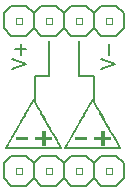
<source format=gto>
G04 #@! TF.FileFunction,Legend,Top*
%FSLAX46Y46*%
G04 Gerber Fmt 4.6, Leading zero omitted, Abs format (unit mm)*
G04 Created by KiCad (PCBNEW 4.0.1-stable) date 12/09/17 22:14:15*
%MOMM*%
G01*
G04 APERTURE LIST*
%ADD10C,0.050000*%
%ADD11C,0.200000*%
%ADD12C,0.010000*%
%ADD13C,0.066040*%
%ADD14C,0.152400*%
G04 APERTURE END LIST*
D10*
D11*
X145342857Y-103142856D02*
X146542857Y-102742856D01*
X145342857Y-102342856D01*
X146085714Y-101942857D02*
X146085714Y-101028571D01*
X137842857Y-103142856D02*
X139042857Y-102742856D01*
X137842857Y-102342856D01*
X138585714Y-101942857D02*
X138585714Y-101028571D01*
X139042857Y-101485714D02*
X138128571Y-101485714D01*
X144750000Y-103750000D02*
X144750000Y-105750000D01*
X143500000Y-103750000D02*
X144750000Y-103750000D01*
X143500000Y-100750000D02*
X143500000Y-103750000D01*
X139750000Y-103750000D02*
X139750000Y-105750000D01*
X141000000Y-103750000D02*
X139750000Y-103750000D01*
X141000000Y-100750000D02*
X141000000Y-103750000D01*
D12*
G36*
X144630133Y-105722618D02*
X144633261Y-105724112D01*
X144637158Y-105727223D01*
X144642124Y-105732461D01*
X144648460Y-105740334D01*
X144656463Y-105751351D01*
X144666434Y-105766020D01*
X144678673Y-105784852D01*
X144693478Y-105808354D01*
X144711150Y-105837035D01*
X144731987Y-105871404D01*
X144756289Y-105911969D01*
X144784356Y-105959241D01*
X144816488Y-106013726D01*
X144852982Y-106075935D01*
X144894141Y-106146376D01*
X144940261Y-106225558D01*
X144991644Y-106313989D01*
X145048589Y-106412179D01*
X145111394Y-106520636D01*
X145180360Y-106639868D01*
X145255786Y-106770386D01*
X145337972Y-106912697D01*
X145427217Y-107067310D01*
X145523820Y-107234735D01*
X145628081Y-107415479D01*
X145740300Y-107610052D01*
X145818565Y-107745767D01*
X145947382Y-107969204D01*
X146067838Y-108178269D01*
X146180085Y-108373227D01*
X146284274Y-108554343D01*
X146380557Y-108721884D01*
X146469084Y-108876114D01*
X146550007Y-109017299D01*
X146623478Y-109145706D01*
X146689648Y-109261600D01*
X146748668Y-109365246D01*
X146800690Y-109456910D01*
X146845864Y-109536857D01*
X146884342Y-109605355D01*
X146916276Y-109662667D01*
X146941816Y-109709060D01*
X146961115Y-109744800D01*
X146974322Y-109770152D01*
X146981591Y-109785381D01*
X146983230Y-109790467D01*
X146980967Y-109811633D01*
X144630776Y-109813765D01*
X144432378Y-109813925D01*
X144238387Y-109814041D01*
X144049485Y-109814116D01*
X143866355Y-109814149D01*
X143689679Y-109814142D01*
X143520140Y-109814096D01*
X143358421Y-109814012D01*
X143205203Y-109813891D01*
X143061170Y-109813734D01*
X142927004Y-109813542D01*
X142803387Y-109813316D01*
X142691003Y-109813057D01*
X142590534Y-109812766D01*
X142502661Y-109812444D01*
X142428068Y-109812092D01*
X142367438Y-109811711D01*
X142321452Y-109811303D01*
X142290794Y-109810867D01*
X142276146Y-109810406D01*
X142274926Y-109810237D01*
X142270200Y-109797887D01*
X142269267Y-109787699D01*
X142273406Y-109777765D01*
X142285381Y-109754381D01*
X142292147Y-109741783D01*
X142364875Y-109741783D01*
X142372925Y-109742329D01*
X142397216Y-109742862D01*
X142437058Y-109743380D01*
X142491759Y-109743883D01*
X142560627Y-109744367D01*
X142642971Y-109744830D01*
X142738099Y-109745272D01*
X142845319Y-109745689D01*
X142963941Y-109746081D01*
X143093272Y-109746444D01*
X143232622Y-109746777D01*
X143381298Y-109747079D01*
X143538610Y-109747347D01*
X143703865Y-109747578D01*
X143876372Y-109747773D01*
X144055439Y-109747927D01*
X144240376Y-109748040D01*
X144430490Y-109748109D01*
X144625090Y-109748133D01*
X146892662Y-109748133D01*
X146882591Y-109729083D01*
X146876725Y-109718641D01*
X146862897Y-109694406D01*
X146841531Y-109657113D01*
X146813053Y-109607498D01*
X146777887Y-109546299D01*
X146736458Y-109474250D01*
X146689189Y-109392089D01*
X146636506Y-109300552D01*
X146578833Y-109200374D01*
X146516594Y-109092292D01*
X146450214Y-108977043D01*
X146380118Y-108855362D01*
X146306730Y-108727986D01*
X146230475Y-108595651D01*
X146151777Y-108459094D01*
X146071060Y-108319049D01*
X145988749Y-108176255D01*
X145905270Y-108031446D01*
X145821045Y-107885359D01*
X145736500Y-107738731D01*
X145652059Y-107592298D01*
X145568148Y-107446795D01*
X145485189Y-107302959D01*
X145403608Y-107161527D01*
X145323830Y-107023234D01*
X145246278Y-106888817D01*
X145171378Y-106759012D01*
X145099553Y-106634555D01*
X145031229Y-106516183D01*
X144966830Y-106404632D01*
X144906780Y-106300637D01*
X144851505Y-106204935D01*
X144801427Y-106118263D01*
X144756973Y-106041357D01*
X144718566Y-105974952D01*
X144686632Y-105919785D01*
X144661594Y-105876593D01*
X144643877Y-105846112D01*
X144633905Y-105829077D01*
X144631771Y-105825555D01*
X144627089Y-105832140D01*
X144614497Y-105852489D01*
X144594528Y-105885683D01*
X144567711Y-105930805D01*
X144534578Y-105986939D01*
X144495659Y-106053166D01*
X144451485Y-106128570D01*
X144402588Y-106212233D01*
X144349498Y-106303238D01*
X144292746Y-106400669D01*
X144232863Y-106503607D01*
X144170379Y-106611135D01*
X144105827Y-106722336D01*
X144039736Y-106836294D01*
X143972638Y-106952090D01*
X143905063Y-107068808D01*
X143837542Y-107185530D01*
X143770607Y-107301339D01*
X143704788Y-107415317D01*
X143640615Y-107526548D01*
X143578621Y-107634115D01*
X143519336Y-107737099D01*
X143463290Y-107834584D01*
X143411015Y-107925653D01*
X143363041Y-108009388D01*
X143319900Y-108084873D01*
X143282122Y-108151189D01*
X143250239Y-108207419D01*
X143224780Y-108252647D01*
X143206278Y-108285956D01*
X143195262Y-108306427D01*
X143192358Y-108312442D01*
X143185772Y-108326053D01*
X143172117Y-108351580D01*
X143152635Y-108386867D01*
X143128568Y-108429757D01*
X143101159Y-108478095D01*
X143071649Y-108529725D01*
X143041281Y-108582491D01*
X143011297Y-108634237D01*
X142982940Y-108682808D01*
X142957451Y-108726048D01*
X142936074Y-108761800D01*
X142920050Y-108787910D01*
X142910622Y-108802220D01*
X142909046Y-108804100D01*
X142903844Y-108812153D01*
X142891062Y-108833372D01*
X142871573Y-108866254D01*
X142846251Y-108909291D01*
X142815970Y-108960979D01*
X142781603Y-109019813D01*
X142744024Y-109084286D01*
X142704106Y-109152895D01*
X142662723Y-109224133D01*
X142620748Y-109296495D01*
X142579056Y-109368476D01*
X142538520Y-109438571D01*
X142500013Y-109505273D01*
X142464408Y-109567079D01*
X142432581Y-109622482D01*
X142405403Y-109669977D01*
X142383749Y-109708059D01*
X142368493Y-109735223D01*
X142364875Y-109741783D01*
X142292147Y-109741783D01*
X142304523Y-109718741D01*
X142330165Y-109672041D01*
X142361639Y-109615473D01*
X142398277Y-109550233D01*
X142439413Y-109477515D01*
X142484378Y-109398513D01*
X142532505Y-109314422D01*
X142578300Y-109234806D01*
X142628642Y-109147390D01*
X142676437Y-109064211D01*
X142721018Y-108986436D01*
X142761722Y-108915234D01*
X142797884Y-108851774D01*
X142828840Y-108797223D01*
X142853925Y-108752749D01*
X142872474Y-108719522D01*
X142883823Y-108698709D01*
X142887333Y-108691527D01*
X142891427Y-108681873D01*
X142902769Y-108660122D01*
X142919945Y-108628733D01*
X142941545Y-108590160D01*
X142966155Y-108546861D01*
X142992364Y-108501292D01*
X143018760Y-108455908D01*
X143043930Y-108413167D01*
X143066464Y-108375524D01*
X143084947Y-108345436D01*
X143097121Y-108326599D01*
X143104624Y-108314457D01*
X143120123Y-108288419D01*
X143143166Y-108249266D01*
X143173301Y-108197777D01*
X143210074Y-108134732D01*
X143253034Y-108060912D01*
X143301728Y-107977094D01*
X143355704Y-107884061D01*
X143414510Y-107782590D01*
X143477693Y-107673463D01*
X143544801Y-107557459D01*
X143615382Y-107435358D01*
X143688983Y-107307939D01*
X143765151Y-107175983D01*
X143843435Y-107040268D01*
X143865750Y-107001566D01*
X143958420Y-106840842D01*
X144043021Y-106694153D01*
X144119936Y-106560859D01*
X144189545Y-106440320D01*
X144252230Y-106331897D01*
X144308371Y-106234949D01*
X144358350Y-106148837D01*
X144402548Y-106072920D01*
X144441344Y-106006558D01*
X144475122Y-105949112D01*
X144504261Y-105899942D01*
X144529143Y-105858407D01*
X144550148Y-105823868D01*
X144567658Y-105795685D01*
X144582054Y-105773217D01*
X144593716Y-105755826D01*
X144603027Y-105742870D01*
X144610366Y-105733711D01*
X144616115Y-105727707D01*
X144620655Y-105724220D01*
X144624367Y-105722609D01*
X144627477Y-105722233D01*
X144630133Y-105722618D01*
X144630133Y-105722618D01*
G37*
X144630133Y-105722618D02*
X144633261Y-105724112D01*
X144637158Y-105727223D01*
X144642124Y-105732461D01*
X144648460Y-105740334D01*
X144656463Y-105751351D01*
X144666434Y-105766020D01*
X144678673Y-105784852D01*
X144693478Y-105808354D01*
X144711150Y-105837035D01*
X144731987Y-105871404D01*
X144756289Y-105911969D01*
X144784356Y-105959241D01*
X144816488Y-106013726D01*
X144852982Y-106075935D01*
X144894141Y-106146376D01*
X144940261Y-106225558D01*
X144991644Y-106313989D01*
X145048589Y-106412179D01*
X145111394Y-106520636D01*
X145180360Y-106639868D01*
X145255786Y-106770386D01*
X145337972Y-106912697D01*
X145427217Y-107067310D01*
X145523820Y-107234735D01*
X145628081Y-107415479D01*
X145740300Y-107610052D01*
X145818565Y-107745767D01*
X145947382Y-107969204D01*
X146067838Y-108178269D01*
X146180085Y-108373227D01*
X146284274Y-108554343D01*
X146380557Y-108721884D01*
X146469084Y-108876114D01*
X146550007Y-109017299D01*
X146623478Y-109145706D01*
X146689648Y-109261600D01*
X146748668Y-109365246D01*
X146800690Y-109456910D01*
X146845864Y-109536857D01*
X146884342Y-109605355D01*
X146916276Y-109662667D01*
X146941816Y-109709060D01*
X146961115Y-109744800D01*
X146974322Y-109770152D01*
X146981591Y-109785381D01*
X146983230Y-109790467D01*
X146980967Y-109811633D01*
X144630776Y-109813765D01*
X144432378Y-109813925D01*
X144238387Y-109814041D01*
X144049485Y-109814116D01*
X143866355Y-109814149D01*
X143689679Y-109814142D01*
X143520140Y-109814096D01*
X143358421Y-109814012D01*
X143205203Y-109813891D01*
X143061170Y-109813734D01*
X142927004Y-109813542D01*
X142803387Y-109813316D01*
X142691003Y-109813057D01*
X142590534Y-109812766D01*
X142502661Y-109812444D01*
X142428068Y-109812092D01*
X142367438Y-109811711D01*
X142321452Y-109811303D01*
X142290794Y-109810867D01*
X142276146Y-109810406D01*
X142274926Y-109810237D01*
X142270200Y-109797887D01*
X142269267Y-109787699D01*
X142273406Y-109777765D01*
X142285381Y-109754381D01*
X142292147Y-109741783D01*
X142364875Y-109741783D01*
X142372925Y-109742329D01*
X142397216Y-109742862D01*
X142437058Y-109743380D01*
X142491759Y-109743883D01*
X142560627Y-109744367D01*
X142642971Y-109744830D01*
X142738099Y-109745272D01*
X142845319Y-109745689D01*
X142963941Y-109746081D01*
X143093272Y-109746444D01*
X143232622Y-109746777D01*
X143381298Y-109747079D01*
X143538610Y-109747347D01*
X143703865Y-109747578D01*
X143876372Y-109747773D01*
X144055439Y-109747927D01*
X144240376Y-109748040D01*
X144430490Y-109748109D01*
X144625090Y-109748133D01*
X146892662Y-109748133D01*
X146882591Y-109729083D01*
X146876725Y-109718641D01*
X146862897Y-109694406D01*
X146841531Y-109657113D01*
X146813053Y-109607498D01*
X146777887Y-109546299D01*
X146736458Y-109474250D01*
X146689189Y-109392089D01*
X146636506Y-109300552D01*
X146578833Y-109200374D01*
X146516594Y-109092292D01*
X146450214Y-108977043D01*
X146380118Y-108855362D01*
X146306730Y-108727986D01*
X146230475Y-108595651D01*
X146151777Y-108459094D01*
X146071060Y-108319049D01*
X145988749Y-108176255D01*
X145905270Y-108031446D01*
X145821045Y-107885359D01*
X145736500Y-107738731D01*
X145652059Y-107592298D01*
X145568148Y-107446795D01*
X145485189Y-107302959D01*
X145403608Y-107161527D01*
X145323830Y-107023234D01*
X145246278Y-106888817D01*
X145171378Y-106759012D01*
X145099553Y-106634555D01*
X145031229Y-106516183D01*
X144966830Y-106404632D01*
X144906780Y-106300637D01*
X144851505Y-106204935D01*
X144801427Y-106118263D01*
X144756973Y-106041357D01*
X144718566Y-105974952D01*
X144686632Y-105919785D01*
X144661594Y-105876593D01*
X144643877Y-105846112D01*
X144633905Y-105829077D01*
X144631771Y-105825555D01*
X144627089Y-105832140D01*
X144614497Y-105852489D01*
X144594528Y-105885683D01*
X144567711Y-105930805D01*
X144534578Y-105986939D01*
X144495659Y-106053166D01*
X144451485Y-106128570D01*
X144402588Y-106212233D01*
X144349498Y-106303238D01*
X144292746Y-106400669D01*
X144232863Y-106503607D01*
X144170379Y-106611135D01*
X144105827Y-106722336D01*
X144039736Y-106836294D01*
X143972638Y-106952090D01*
X143905063Y-107068808D01*
X143837542Y-107185530D01*
X143770607Y-107301339D01*
X143704788Y-107415317D01*
X143640615Y-107526548D01*
X143578621Y-107634115D01*
X143519336Y-107737099D01*
X143463290Y-107834584D01*
X143411015Y-107925653D01*
X143363041Y-108009388D01*
X143319900Y-108084873D01*
X143282122Y-108151189D01*
X143250239Y-108207419D01*
X143224780Y-108252647D01*
X143206278Y-108285956D01*
X143195262Y-108306427D01*
X143192358Y-108312442D01*
X143185772Y-108326053D01*
X143172117Y-108351580D01*
X143152635Y-108386867D01*
X143128568Y-108429757D01*
X143101159Y-108478095D01*
X143071649Y-108529725D01*
X143041281Y-108582491D01*
X143011297Y-108634237D01*
X142982940Y-108682808D01*
X142957451Y-108726048D01*
X142936074Y-108761800D01*
X142920050Y-108787910D01*
X142910622Y-108802220D01*
X142909046Y-108804100D01*
X142903844Y-108812153D01*
X142891062Y-108833372D01*
X142871573Y-108866254D01*
X142846251Y-108909291D01*
X142815970Y-108960979D01*
X142781603Y-109019813D01*
X142744024Y-109084286D01*
X142704106Y-109152895D01*
X142662723Y-109224133D01*
X142620748Y-109296495D01*
X142579056Y-109368476D01*
X142538520Y-109438571D01*
X142500013Y-109505273D01*
X142464408Y-109567079D01*
X142432581Y-109622482D01*
X142405403Y-109669977D01*
X142383749Y-109708059D01*
X142368493Y-109735223D01*
X142364875Y-109741783D01*
X142292147Y-109741783D01*
X142304523Y-109718741D01*
X142330165Y-109672041D01*
X142361639Y-109615473D01*
X142398277Y-109550233D01*
X142439413Y-109477515D01*
X142484378Y-109398513D01*
X142532505Y-109314422D01*
X142578300Y-109234806D01*
X142628642Y-109147390D01*
X142676437Y-109064211D01*
X142721018Y-108986436D01*
X142761722Y-108915234D01*
X142797884Y-108851774D01*
X142828840Y-108797223D01*
X142853925Y-108752749D01*
X142872474Y-108719522D01*
X142883823Y-108698709D01*
X142887333Y-108691527D01*
X142891427Y-108681873D01*
X142902769Y-108660122D01*
X142919945Y-108628733D01*
X142941545Y-108590160D01*
X142966155Y-108546861D01*
X142992364Y-108501292D01*
X143018760Y-108455908D01*
X143043930Y-108413167D01*
X143066464Y-108375524D01*
X143084947Y-108345436D01*
X143097121Y-108326599D01*
X143104624Y-108314457D01*
X143120123Y-108288419D01*
X143143166Y-108249266D01*
X143173301Y-108197777D01*
X143210074Y-108134732D01*
X143253034Y-108060912D01*
X143301728Y-107977094D01*
X143355704Y-107884061D01*
X143414510Y-107782590D01*
X143477693Y-107673463D01*
X143544801Y-107557459D01*
X143615382Y-107435358D01*
X143688983Y-107307939D01*
X143765151Y-107175983D01*
X143843435Y-107040268D01*
X143865750Y-107001566D01*
X143958420Y-106840842D01*
X144043021Y-106694153D01*
X144119936Y-106560859D01*
X144189545Y-106440320D01*
X144252230Y-106331897D01*
X144308371Y-106234949D01*
X144358350Y-106148837D01*
X144402548Y-106072920D01*
X144441344Y-106006558D01*
X144475122Y-105949112D01*
X144504261Y-105899942D01*
X144529143Y-105858407D01*
X144550148Y-105823868D01*
X144567658Y-105795685D01*
X144582054Y-105773217D01*
X144593716Y-105755826D01*
X144603027Y-105742870D01*
X144610366Y-105733711D01*
X144616115Y-105727707D01*
X144620655Y-105724220D01*
X144624367Y-105722609D01*
X144627477Y-105722233D01*
X144630133Y-105722618D01*
G36*
X145613600Y-108918400D02*
X146130066Y-108918400D01*
X146130066Y-109104666D01*
X145613600Y-109104666D01*
X145613600Y-109587267D01*
X145351133Y-109587267D01*
X145351133Y-109104666D01*
X144826200Y-109104666D01*
X144826200Y-108918400D01*
X145351133Y-108918400D01*
X145351133Y-108452733D01*
X145613600Y-108452733D01*
X145613600Y-108918400D01*
X145613600Y-108918400D01*
G37*
X145613600Y-108918400D02*
X146130066Y-108918400D01*
X146130066Y-109104666D01*
X145613600Y-109104666D01*
X145613600Y-109587267D01*
X145351133Y-109587267D01*
X145351133Y-109104666D01*
X144826200Y-109104666D01*
X144826200Y-108918400D01*
X145351133Y-108918400D01*
X145351133Y-108452733D01*
X145613600Y-108452733D01*
X145613600Y-108918400D01*
G36*
X144140400Y-109121600D02*
X143149800Y-109121600D01*
X143149800Y-108935333D01*
X144140400Y-108935333D01*
X144140400Y-109121600D01*
X144140400Y-109121600D01*
G37*
X144140400Y-109121600D02*
X143149800Y-109121600D01*
X143149800Y-108935333D01*
X144140400Y-108935333D01*
X144140400Y-109121600D01*
D13*
X143256000Y-112014000D02*
X143764000Y-112014000D01*
X143764000Y-112014000D02*
X143764000Y-111506000D01*
X143256000Y-111506000D02*
X143764000Y-111506000D01*
X143256000Y-112014000D02*
X143256000Y-111506000D01*
X140716000Y-112014000D02*
X141224000Y-112014000D01*
X141224000Y-112014000D02*
X141224000Y-111506000D01*
X140716000Y-111506000D02*
X141224000Y-111506000D01*
X140716000Y-112014000D02*
X140716000Y-111506000D01*
X138176000Y-112014000D02*
X138684000Y-112014000D01*
X138684000Y-112014000D02*
X138684000Y-111506000D01*
X138176000Y-111506000D02*
X138684000Y-111506000D01*
X138176000Y-112014000D02*
X138176000Y-111506000D01*
X145796000Y-112014000D02*
X146304000Y-112014000D01*
X146304000Y-112014000D02*
X146304000Y-111506000D01*
X145796000Y-111506000D02*
X146304000Y-111506000D01*
X145796000Y-112014000D02*
X145796000Y-111506000D01*
D14*
X142240000Y-111125000D02*
X142875000Y-110490000D01*
X142875000Y-110490000D02*
X144145000Y-110490000D01*
X144145000Y-110490000D02*
X144780000Y-111125000D01*
X144780000Y-111125000D02*
X144780000Y-112395000D01*
X144780000Y-112395000D02*
X144145000Y-113030000D01*
X144145000Y-113030000D02*
X142875000Y-113030000D01*
X142875000Y-113030000D02*
X142240000Y-112395000D01*
X137795000Y-110490000D02*
X139065000Y-110490000D01*
X139065000Y-110490000D02*
X139700000Y-111125000D01*
X139700000Y-111125000D02*
X139700000Y-112395000D01*
X139700000Y-112395000D02*
X139065000Y-113030000D01*
X139700000Y-111125000D02*
X140335000Y-110490000D01*
X140335000Y-110490000D02*
X141605000Y-110490000D01*
X141605000Y-110490000D02*
X142240000Y-111125000D01*
X142240000Y-111125000D02*
X142240000Y-112395000D01*
X142240000Y-112395000D02*
X141605000Y-113030000D01*
X141605000Y-113030000D02*
X140335000Y-113030000D01*
X140335000Y-113030000D02*
X139700000Y-112395000D01*
X137160000Y-111125000D02*
X137160000Y-112395000D01*
X137795000Y-110490000D02*
X137160000Y-111125000D01*
X137160000Y-112395000D02*
X137795000Y-113030000D01*
X139065000Y-113030000D02*
X137795000Y-113030000D01*
X145415000Y-110490000D02*
X146685000Y-110490000D01*
X146685000Y-110490000D02*
X147320000Y-111125000D01*
X147320000Y-111125000D02*
X147320000Y-112395000D01*
X147320000Y-112395000D02*
X146685000Y-113030000D01*
X145415000Y-110490000D02*
X144780000Y-111125000D01*
X144780000Y-112395000D02*
X145415000Y-113030000D01*
X146685000Y-113030000D02*
X145415000Y-113030000D01*
D13*
X141224000Y-98806000D02*
X140716000Y-98806000D01*
X140716000Y-98806000D02*
X140716000Y-99314000D01*
X141224000Y-99314000D02*
X140716000Y-99314000D01*
X141224000Y-98806000D02*
X141224000Y-99314000D01*
X143764000Y-98806000D02*
X143256000Y-98806000D01*
X143256000Y-98806000D02*
X143256000Y-99314000D01*
X143764000Y-99314000D02*
X143256000Y-99314000D01*
X143764000Y-98806000D02*
X143764000Y-99314000D01*
X146304000Y-98806000D02*
X145796000Y-98806000D01*
X145796000Y-98806000D02*
X145796000Y-99314000D01*
X146304000Y-99314000D02*
X145796000Y-99314000D01*
X146304000Y-98806000D02*
X146304000Y-99314000D01*
X138684000Y-98806000D02*
X138176000Y-98806000D01*
X138176000Y-98806000D02*
X138176000Y-99314000D01*
X138684000Y-99314000D02*
X138176000Y-99314000D01*
X138684000Y-98806000D02*
X138684000Y-99314000D01*
D14*
X142240000Y-99695000D02*
X141605000Y-100330000D01*
X141605000Y-100330000D02*
X140335000Y-100330000D01*
X140335000Y-100330000D02*
X139700000Y-99695000D01*
X139700000Y-99695000D02*
X139700000Y-98425000D01*
X139700000Y-98425000D02*
X140335000Y-97790000D01*
X140335000Y-97790000D02*
X141605000Y-97790000D01*
X141605000Y-97790000D02*
X142240000Y-98425000D01*
X146685000Y-100330000D02*
X145415000Y-100330000D01*
X145415000Y-100330000D02*
X144780000Y-99695000D01*
X144780000Y-99695000D02*
X144780000Y-98425000D01*
X144780000Y-98425000D02*
X145415000Y-97790000D01*
X144780000Y-99695000D02*
X144145000Y-100330000D01*
X144145000Y-100330000D02*
X142875000Y-100330000D01*
X142875000Y-100330000D02*
X142240000Y-99695000D01*
X142240000Y-99695000D02*
X142240000Y-98425000D01*
X142240000Y-98425000D02*
X142875000Y-97790000D01*
X142875000Y-97790000D02*
X144145000Y-97790000D01*
X144145000Y-97790000D02*
X144780000Y-98425000D01*
X147320000Y-99695000D02*
X147320000Y-98425000D01*
X146685000Y-100330000D02*
X147320000Y-99695000D01*
X147320000Y-98425000D02*
X146685000Y-97790000D01*
X145415000Y-97790000D02*
X146685000Y-97790000D01*
X139065000Y-100330000D02*
X137795000Y-100330000D01*
X137795000Y-100330000D02*
X137160000Y-99695000D01*
X137160000Y-99695000D02*
X137160000Y-98425000D01*
X137160000Y-98425000D02*
X137795000Y-97790000D01*
X139065000Y-100330000D02*
X139700000Y-99695000D01*
X139700000Y-98425000D02*
X139065000Y-97790000D01*
X137795000Y-97790000D02*
X139065000Y-97790000D01*
D12*
G36*
X139630133Y-105722618D02*
X139633261Y-105724112D01*
X139637158Y-105727223D01*
X139642124Y-105732461D01*
X139648460Y-105740334D01*
X139656463Y-105751351D01*
X139666434Y-105766020D01*
X139678673Y-105784852D01*
X139693478Y-105808354D01*
X139711150Y-105837035D01*
X139731987Y-105871404D01*
X139756289Y-105911969D01*
X139784356Y-105959241D01*
X139816488Y-106013726D01*
X139852982Y-106075935D01*
X139894141Y-106146376D01*
X139940261Y-106225558D01*
X139991644Y-106313989D01*
X140048589Y-106412179D01*
X140111394Y-106520636D01*
X140180360Y-106639868D01*
X140255786Y-106770386D01*
X140337972Y-106912697D01*
X140427217Y-107067310D01*
X140523820Y-107234735D01*
X140628081Y-107415479D01*
X140740300Y-107610052D01*
X140818565Y-107745767D01*
X140947382Y-107969204D01*
X141067838Y-108178269D01*
X141180085Y-108373227D01*
X141284274Y-108554343D01*
X141380557Y-108721884D01*
X141469084Y-108876114D01*
X141550007Y-109017299D01*
X141623478Y-109145706D01*
X141689648Y-109261600D01*
X141748668Y-109365246D01*
X141800690Y-109456910D01*
X141845864Y-109536857D01*
X141884342Y-109605355D01*
X141916276Y-109662667D01*
X141941816Y-109709060D01*
X141961115Y-109744800D01*
X141974322Y-109770152D01*
X141981591Y-109785381D01*
X141983230Y-109790467D01*
X141980967Y-109811633D01*
X139630776Y-109813765D01*
X139432378Y-109813925D01*
X139238387Y-109814041D01*
X139049485Y-109814116D01*
X138866355Y-109814149D01*
X138689679Y-109814142D01*
X138520140Y-109814096D01*
X138358421Y-109814012D01*
X138205203Y-109813891D01*
X138061170Y-109813734D01*
X137927004Y-109813542D01*
X137803387Y-109813316D01*
X137691003Y-109813057D01*
X137590534Y-109812766D01*
X137502661Y-109812444D01*
X137428068Y-109812092D01*
X137367438Y-109811711D01*
X137321452Y-109811303D01*
X137290794Y-109810867D01*
X137276146Y-109810406D01*
X137274926Y-109810237D01*
X137270200Y-109797887D01*
X137269267Y-109787699D01*
X137273406Y-109777765D01*
X137285381Y-109754381D01*
X137292147Y-109741783D01*
X137364875Y-109741783D01*
X137372925Y-109742329D01*
X137397216Y-109742862D01*
X137437058Y-109743380D01*
X137491759Y-109743883D01*
X137560627Y-109744367D01*
X137642971Y-109744830D01*
X137738099Y-109745272D01*
X137845319Y-109745689D01*
X137963941Y-109746081D01*
X138093272Y-109746444D01*
X138232622Y-109746777D01*
X138381298Y-109747079D01*
X138538610Y-109747347D01*
X138703865Y-109747578D01*
X138876372Y-109747773D01*
X139055439Y-109747927D01*
X139240376Y-109748040D01*
X139430490Y-109748109D01*
X139625090Y-109748133D01*
X141892662Y-109748133D01*
X141882591Y-109729083D01*
X141876725Y-109718641D01*
X141862897Y-109694406D01*
X141841531Y-109657113D01*
X141813053Y-109607498D01*
X141777887Y-109546299D01*
X141736458Y-109474250D01*
X141689189Y-109392089D01*
X141636506Y-109300552D01*
X141578833Y-109200374D01*
X141516594Y-109092292D01*
X141450214Y-108977043D01*
X141380118Y-108855362D01*
X141306730Y-108727986D01*
X141230475Y-108595651D01*
X141151777Y-108459094D01*
X141071060Y-108319049D01*
X140988749Y-108176255D01*
X140905270Y-108031446D01*
X140821045Y-107885359D01*
X140736500Y-107738731D01*
X140652059Y-107592298D01*
X140568148Y-107446795D01*
X140485189Y-107302959D01*
X140403608Y-107161527D01*
X140323830Y-107023234D01*
X140246278Y-106888817D01*
X140171378Y-106759012D01*
X140099553Y-106634555D01*
X140031229Y-106516183D01*
X139966830Y-106404632D01*
X139906780Y-106300637D01*
X139851505Y-106204935D01*
X139801427Y-106118263D01*
X139756973Y-106041357D01*
X139718566Y-105974952D01*
X139686632Y-105919785D01*
X139661594Y-105876593D01*
X139643877Y-105846112D01*
X139633905Y-105829077D01*
X139631771Y-105825555D01*
X139627089Y-105832140D01*
X139614497Y-105852489D01*
X139594528Y-105885683D01*
X139567711Y-105930805D01*
X139534578Y-105986939D01*
X139495659Y-106053166D01*
X139451485Y-106128570D01*
X139402588Y-106212233D01*
X139349498Y-106303238D01*
X139292746Y-106400669D01*
X139232863Y-106503607D01*
X139170379Y-106611135D01*
X139105827Y-106722336D01*
X139039736Y-106836294D01*
X138972638Y-106952090D01*
X138905063Y-107068808D01*
X138837542Y-107185530D01*
X138770607Y-107301339D01*
X138704788Y-107415317D01*
X138640615Y-107526548D01*
X138578621Y-107634115D01*
X138519336Y-107737099D01*
X138463290Y-107834584D01*
X138411015Y-107925653D01*
X138363041Y-108009388D01*
X138319900Y-108084873D01*
X138282122Y-108151189D01*
X138250239Y-108207419D01*
X138224780Y-108252647D01*
X138206278Y-108285956D01*
X138195262Y-108306427D01*
X138192358Y-108312442D01*
X138185772Y-108326053D01*
X138172117Y-108351580D01*
X138152635Y-108386867D01*
X138128568Y-108429757D01*
X138101159Y-108478095D01*
X138071649Y-108529725D01*
X138041281Y-108582491D01*
X138011297Y-108634237D01*
X137982940Y-108682808D01*
X137957451Y-108726048D01*
X137936074Y-108761800D01*
X137920050Y-108787910D01*
X137910622Y-108802220D01*
X137909046Y-108804100D01*
X137903844Y-108812153D01*
X137891062Y-108833372D01*
X137871573Y-108866254D01*
X137846251Y-108909291D01*
X137815970Y-108960979D01*
X137781603Y-109019813D01*
X137744024Y-109084286D01*
X137704106Y-109152895D01*
X137662723Y-109224133D01*
X137620748Y-109296495D01*
X137579056Y-109368476D01*
X137538520Y-109438571D01*
X137500013Y-109505273D01*
X137464408Y-109567079D01*
X137432581Y-109622482D01*
X137405403Y-109669977D01*
X137383749Y-109708059D01*
X137368493Y-109735223D01*
X137364875Y-109741783D01*
X137292147Y-109741783D01*
X137304523Y-109718741D01*
X137330165Y-109672041D01*
X137361639Y-109615473D01*
X137398277Y-109550233D01*
X137439413Y-109477515D01*
X137484378Y-109398513D01*
X137532505Y-109314422D01*
X137578300Y-109234806D01*
X137628642Y-109147390D01*
X137676437Y-109064211D01*
X137721018Y-108986436D01*
X137761722Y-108915234D01*
X137797884Y-108851774D01*
X137828840Y-108797223D01*
X137853925Y-108752749D01*
X137872474Y-108719522D01*
X137883823Y-108698709D01*
X137887333Y-108691527D01*
X137891427Y-108681873D01*
X137902769Y-108660122D01*
X137919945Y-108628733D01*
X137941545Y-108590160D01*
X137966155Y-108546861D01*
X137992364Y-108501292D01*
X138018760Y-108455908D01*
X138043930Y-108413167D01*
X138066464Y-108375524D01*
X138084947Y-108345436D01*
X138097121Y-108326599D01*
X138104624Y-108314457D01*
X138120123Y-108288419D01*
X138143166Y-108249266D01*
X138173301Y-108197777D01*
X138210074Y-108134732D01*
X138253034Y-108060912D01*
X138301728Y-107977094D01*
X138355704Y-107884061D01*
X138414510Y-107782590D01*
X138477693Y-107673463D01*
X138544801Y-107557459D01*
X138615382Y-107435358D01*
X138688983Y-107307939D01*
X138765151Y-107175983D01*
X138843435Y-107040268D01*
X138865750Y-107001566D01*
X138958420Y-106840842D01*
X139043021Y-106694153D01*
X139119936Y-106560859D01*
X139189545Y-106440320D01*
X139252230Y-106331897D01*
X139308371Y-106234949D01*
X139358350Y-106148837D01*
X139402548Y-106072920D01*
X139441344Y-106006558D01*
X139475122Y-105949112D01*
X139504261Y-105899942D01*
X139529143Y-105858407D01*
X139550148Y-105823868D01*
X139567658Y-105795685D01*
X139582054Y-105773217D01*
X139593716Y-105755826D01*
X139603027Y-105742870D01*
X139610366Y-105733711D01*
X139616115Y-105727707D01*
X139620655Y-105724220D01*
X139624367Y-105722609D01*
X139627477Y-105722233D01*
X139630133Y-105722618D01*
X139630133Y-105722618D01*
G37*
X139630133Y-105722618D02*
X139633261Y-105724112D01*
X139637158Y-105727223D01*
X139642124Y-105732461D01*
X139648460Y-105740334D01*
X139656463Y-105751351D01*
X139666434Y-105766020D01*
X139678673Y-105784852D01*
X139693478Y-105808354D01*
X139711150Y-105837035D01*
X139731987Y-105871404D01*
X139756289Y-105911969D01*
X139784356Y-105959241D01*
X139816488Y-106013726D01*
X139852982Y-106075935D01*
X139894141Y-106146376D01*
X139940261Y-106225558D01*
X139991644Y-106313989D01*
X140048589Y-106412179D01*
X140111394Y-106520636D01*
X140180360Y-106639868D01*
X140255786Y-106770386D01*
X140337972Y-106912697D01*
X140427217Y-107067310D01*
X140523820Y-107234735D01*
X140628081Y-107415479D01*
X140740300Y-107610052D01*
X140818565Y-107745767D01*
X140947382Y-107969204D01*
X141067838Y-108178269D01*
X141180085Y-108373227D01*
X141284274Y-108554343D01*
X141380557Y-108721884D01*
X141469084Y-108876114D01*
X141550007Y-109017299D01*
X141623478Y-109145706D01*
X141689648Y-109261600D01*
X141748668Y-109365246D01*
X141800690Y-109456910D01*
X141845864Y-109536857D01*
X141884342Y-109605355D01*
X141916276Y-109662667D01*
X141941816Y-109709060D01*
X141961115Y-109744800D01*
X141974322Y-109770152D01*
X141981591Y-109785381D01*
X141983230Y-109790467D01*
X141980967Y-109811633D01*
X139630776Y-109813765D01*
X139432378Y-109813925D01*
X139238387Y-109814041D01*
X139049485Y-109814116D01*
X138866355Y-109814149D01*
X138689679Y-109814142D01*
X138520140Y-109814096D01*
X138358421Y-109814012D01*
X138205203Y-109813891D01*
X138061170Y-109813734D01*
X137927004Y-109813542D01*
X137803387Y-109813316D01*
X137691003Y-109813057D01*
X137590534Y-109812766D01*
X137502661Y-109812444D01*
X137428068Y-109812092D01*
X137367438Y-109811711D01*
X137321452Y-109811303D01*
X137290794Y-109810867D01*
X137276146Y-109810406D01*
X137274926Y-109810237D01*
X137270200Y-109797887D01*
X137269267Y-109787699D01*
X137273406Y-109777765D01*
X137285381Y-109754381D01*
X137292147Y-109741783D01*
X137364875Y-109741783D01*
X137372925Y-109742329D01*
X137397216Y-109742862D01*
X137437058Y-109743380D01*
X137491759Y-109743883D01*
X137560627Y-109744367D01*
X137642971Y-109744830D01*
X137738099Y-109745272D01*
X137845319Y-109745689D01*
X137963941Y-109746081D01*
X138093272Y-109746444D01*
X138232622Y-109746777D01*
X138381298Y-109747079D01*
X138538610Y-109747347D01*
X138703865Y-109747578D01*
X138876372Y-109747773D01*
X139055439Y-109747927D01*
X139240376Y-109748040D01*
X139430490Y-109748109D01*
X139625090Y-109748133D01*
X141892662Y-109748133D01*
X141882591Y-109729083D01*
X141876725Y-109718641D01*
X141862897Y-109694406D01*
X141841531Y-109657113D01*
X141813053Y-109607498D01*
X141777887Y-109546299D01*
X141736458Y-109474250D01*
X141689189Y-109392089D01*
X141636506Y-109300552D01*
X141578833Y-109200374D01*
X141516594Y-109092292D01*
X141450214Y-108977043D01*
X141380118Y-108855362D01*
X141306730Y-108727986D01*
X141230475Y-108595651D01*
X141151777Y-108459094D01*
X141071060Y-108319049D01*
X140988749Y-108176255D01*
X140905270Y-108031446D01*
X140821045Y-107885359D01*
X140736500Y-107738731D01*
X140652059Y-107592298D01*
X140568148Y-107446795D01*
X140485189Y-107302959D01*
X140403608Y-107161527D01*
X140323830Y-107023234D01*
X140246278Y-106888817D01*
X140171378Y-106759012D01*
X140099553Y-106634555D01*
X140031229Y-106516183D01*
X139966830Y-106404632D01*
X139906780Y-106300637D01*
X139851505Y-106204935D01*
X139801427Y-106118263D01*
X139756973Y-106041357D01*
X139718566Y-105974952D01*
X139686632Y-105919785D01*
X139661594Y-105876593D01*
X139643877Y-105846112D01*
X139633905Y-105829077D01*
X139631771Y-105825555D01*
X139627089Y-105832140D01*
X139614497Y-105852489D01*
X139594528Y-105885683D01*
X139567711Y-105930805D01*
X139534578Y-105986939D01*
X139495659Y-106053166D01*
X139451485Y-106128570D01*
X139402588Y-106212233D01*
X139349498Y-106303238D01*
X139292746Y-106400669D01*
X139232863Y-106503607D01*
X139170379Y-106611135D01*
X139105827Y-106722336D01*
X139039736Y-106836294D01*
X138972638Y-106952090D01*
X138905063Y-107068808D01*
X138837542Y-107185530D01*
X138770607Y-107301339D01*
X138704788Y-107415317D01*
X138640615Y-107526548D01*
X138578621Y-107634115D01*
X138519336Y-107737099D01*
X138463290Y-107834584D01*
X138411015Y-107925653D01*
X138363041Y-108009388D01*
X138319900Y-108084873D01*
X138282122Y-108151189D01*
X138250239Y-108207419D01*
X138224780Y-108252647D01*
X138206278Y-108285956D01*
X138195262Y-108306427D01*
X138192358Y-108312442D01*
X138185772Y-108326053D01*
X138172117Y-108351580D01*
X138152635Y-108386867D01*
X138128568Y-108429757D01*
X138101159Y-108478095D01*
X138071649Y-108529725D01*
X138041281Y-108582491D01*
X138011297Y-108634237D01*
X137982940Y-108682808D01*
X137957451Y-108726048D01*
X137936074Y-108761800D01*
X137920050Y-108787910D01*
X137910622Y-108802220D01*
X137909046Y-108804100D01*
X137903844Y-108812153D01*
X137891062Y-108833372D01*
X137871573Y-108866254D01*
X137846251Y-108909291D01*
X137815970Y-108960979D01*
X137781603Y-109019813D01*
X137744024Y-109084286D01*
X137704106Y-109152895D01*
X137662723Y-109224133D01*
X137620748Y-109296495D01*
X137579056Y-109368476D01*
X137538520Y-109438571D01*
X137500013Y-109505273D01*
X137464408Y-109567079D01*
X137432581Y-109622482D01*
X137405403Y-109669977D01*
X137383749Y-109708059D01*
X137368493Y-109735223D01*
X137364875Y-109741783D01*
X137292147Y-109741783D01*
X137304523Y-109718741D01*
X137330165Y-109672041D01*
X137361639Y-109615473D01*
X137398277Y-109550233D01*
X137439413Y-109477515D01*
X137484378Y-109398513D01*
X137532505Y-109314422D01*
X137578300Y-109234806D01*
X137628642Y-109147390D01*
X137676437Y-109064211D01*
X137721018Y-108986436D01*
X137761722Y-108915234D01*
X137797884Y-108851774D01*
X137828840Y-108797223D01*
X137853925Y-108752749D01*
X137872474Y-108719522D01*
X137883823Y-108698709D01*
X137887333Y-108691527D01*
X137891427Y-108681873D01*
X137902769Y-108660122D01*
X137919945Y-108628733D01*
X137941545Y-108590160D01*
X137966155Y-108546861D01*
X137992364Y-108501292D01*
X138018760Y-108455908D01*
X138043930Y-108413167D01*
X138066464Y-108375524D01*
X138084947Y-108345436D01*
X138097121Y-108326599D01*
X138104624Y-108314457D01*
X138120123Y-108288419D01*
X138143166Y-108249266D01*
X138173301Y-108197777D01*
X138210074Y-108134732D01*
X138253034Y-108060912D01*
X138301728Y-107977094D01*
X138355704Y-107884061D01*
X138414510Y-107782590D01*
X138477693Y-107673463D01*
X138544801Y-107557459D01*
X138615382Y-107435358D01*
X138688983Y-107307939D01*
X138765151Y-107175983D01*
X138843435Y-107040268D01*
X138865750Y-107001566D01*
X138958420Y-106840842D01*
X139043021Y-106694153D01*
X139119936Y-106560859D01*
X139189545Y-106440320D01*
X139252230Y-106331897D01*
X139308371Y-106234949D01*
X139358350Y-106148837D01*
X139402548Y-106072920D01*
X139441344Y-106006558D01*
X139475122Y-105949112D01*
X139504261Y-105899942D01*
X139529143Y-105858407D01*
X139550148Y-105823868D01*
X139567658Y-105795685D01*
X139582054Y-105773217D01*
X139593716Y-105755826D01*
X139603027Y-105742870D01*
X139610366Y-105733711D01*
X139616115Y-105727707D01*
X139620655Y-105724220D01*
X139624367Y-105722609D01*
X139627477Y-105722233D01*
X139630133Y-105722618D01*
G36*
X140613600Y-108918400D02*
X141130066Y-108918400D01*
X141130066Y-109104666D01*
X140613600Y-109104666D01*
X140613600Y-109587267D01*
X140351133Y-109587267D01*
X140351133Y-109104666D01*
X139826200Y-109104666D01*
X139826200Y-108918400D01*
X140351133Y-108918400D01*
X140351133Y-108452733D01*
X140613600Y-108452733D01*
X140613600Y-108918400D01*
X140613600Y-108918400D01*
G37*
X140613600Y-108918400D02*
X141130066Y-108918400D01*
X141130066Y-109104666D01*
X140613600Y-109104666D01*
X140613600Y-109587267D01*
X140351133Y-109587267D01*
X140351133Y-109104666D01*
X139826200Y-109104666D01*
X139826200Y-108918400D01*
X140351133Y-108918400D01*
X140351133Y-108452733D01*
X140613600Y-108452733D01*
X140613600Y-108918400D01*
G36*
X139140400Y-109121600D02*
X138149800Y-109121600D01*
X138149800Y-108935333D01*
X139140400Y-108935333D01*
X139140400Y-109121600D01*
X139140400Y-109121600D01*
G37*
X139140400Y-109121600D02*
X138149800Y-109121600D01*
X138149800Y-108935333D01*
X139140400Y-108935333D01*
X139140400Y-109121600D01*
M02*

</source>
